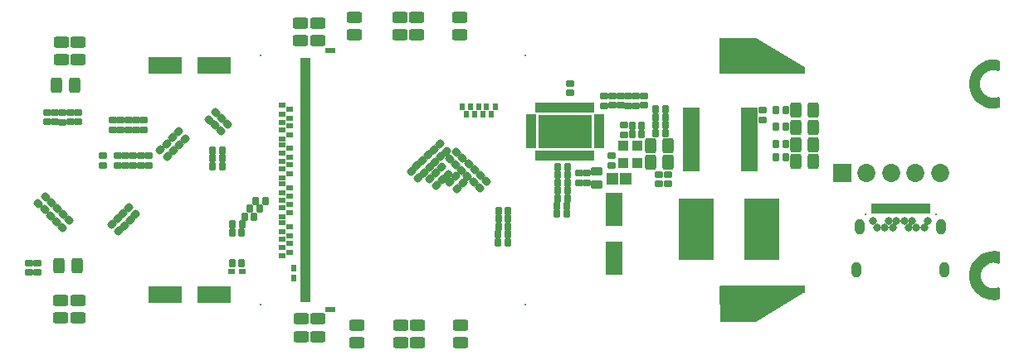
<source format=gts>
G04*
G04 #@! TF.GenerationSoftware,Altium Limited,Altium Designer,25.7.1 (20)*
G04*
G04 Layer_Color=8388736*
%FSLAX44Y44*%
%MOMM*%
G71*
G04*
G04 #@! TF.SameCoordinates,66F0D8C6-04CA-480C-B019-D4CA667347D7*
G04*
G04*
G04 #@! TF.FilePolarity,Negative*
G04*
G01*
G75*
%ADD44R,0.5032X1.1032*%
G04:AMPARAMS|DCode=45|XSize=0.7532mm|YSize=0.8532mm|CornerRadius=0.1566mm|HoleSize=0mm|Usage=FLASHONLY|Rotation=315.000|XOffset=0mm|YOffset=0mm|HoleType=Round|Shape=RoundedRectangle|*
%AMROUNDEDRECTD45*
21,1,0.7532,0.5400,0,0,315.0*
21,1,0.4400,0.8532,0,0,315.0*
1,1,0.3132,-0.0354,-0.3465*
1,1,0.3132,-0.3465,-0.0354*
1,1,0.3132,0.0354,0.3465*
1,1,0.3132,0.3465,0.0354*
%
%ADD45ROUNDEDRECTD45*%
G04:AMPARAMS|DCode=46|XSize=0.7532mm|YSize=0.8532mm|CornerRadius=0.1566mm|HoleSize=0mm|Usage=FLASHONLY|Rotation=270.000|XOffset=0mm|YOffset=0mm|HoleType=Round|Shape=RoundedRectangle|*
%AMROUNDEDRECTD46*
21,1,0.7532,0.5400,0,0,270.0*
21,1,0.4400,0.8532,0,0,270.0*
1,1,0.3132,-0.2700,-0.2200*
1,1,0.3132,-0.2700,0.2200*
1,1,0.3132,0.2700,0.2200*
1,1,0.3132,0.2700,-0.2200*
%
%ADD46ROUNDEDRECTD46*%
G04:AMPARAMS|DCode=47|XSize=0.7532mm|YSize=0.8532mm|CornerRadius=0.1566mm|HoleSize=0mm|Usage=FLASHONLY|Rotation=180.000|XOffset=0mm|YOffset=0mm|HoleType=Round|Shape=RoundedRectangle|*
%AMROUNDEDRECTD47*
21,1,0.7532,0.5400,0,0,180.0*
21,1,0.4400,0.8532,0,0,180.0*
1,1,0.3132,-0.2200,0.2700*
1,1,0.3132,0.2200,0.2700*
1,1,0.3132,0.2200,-0.2700*
1,1,0.3132,-0.2200,-0.2700*
%
%ADD47ROUNDEDRECTD47*%
G04:AMPARAMS|DCode=48|XSize=1.1032mm|YSize=1.6032mm|CornerRadius=0.1916mm|HoleSize=0mm|Usage=FLASHONLY|Rotation=90.000|XOffset=0mm|YOffset=0mm|HoleType=Round|Shape=RoundedRectangle|*
%AMROUNDEDRECTD48*
21,1,1.1032,1.2200,0,0,90.0*
21,1,0.7200,1.6032,0,0,90.0*
1,1,0.3832,0.6100,0.3600*
1,1,0.3832,0.6100,-0.3600*
1,1,0.3832,-0.6100,-0.3600*
1,1,0.3832,-0.6100,0.3600*
%
%ADD48ROUNDEDRECTD48*%
G04:AMPARAMS|DCode=49|XSize=1.1032mm|YSize=1.6032mm|CornerRadius=0.1916mm|HoleSize=0mm|Usage=FLASHONLY|Rotation=0.000|XOffset=0mm|YOffset=0mm|HoleType=Round|Shape=RoundedRectangle|*
%AMROUNDEDRECTD49*
21,1,1.1032,1.2200,0,0,0.0*
21,1,0.7200,1.6032,0,0,0.0*
1,1,0.3832,0.3600,-0.6100*
1,1,0.3832,-0.3600,-0.6100*
1,1,0.3832,-0.3600,0.6100*
1,1,0.3832,0.3600,0.6100*
%
%ADD49ROUNDEDRECTD49*%
%ADD50R,3.6032X6.3532*%
%ADD51R,3.4032X1.8032*%
%ADD52R,1.8032X3.4032*%
%ADD53R,1.6782X0.6532*%
%ADD54R,1.0032X1.1032*%
%ADD55R,0.5032X0.7032*%
%ADD56R,1.3032X1.2532*%
G04:AMPARAMS|DCode=57|XSize=0.9032mm|YSize=1.2032mm|CornerRadius=0.1716mm|HoleSize=0mm|Usage=FLASHONLY|Rotation=90.000|XOffset=0mm|YOffset=0mm|HoleType=Round|Shape=RoundedRectangle|*
%AMROUNDEDRECTD57*
21,1,0.9032,0.8600,0,0,90.0*
21,1,0.5600,1.2032,0,0,90.0*
1,1,0.3432,0.4300,0.2800*
1,1,0.3432,0.4300,-0.2800*
1,1,0.3432,-0.4300,-0.2800*
1,1,0.3432,-0.4300,0.2800*
%
%ADD57ROUNDEDRECTD57*%
G04:AMPARAMS|DCode=58|XSize=0.7532mm|YSize=0.8532mm|CornerRadius=0.1566mm|HoleSize=0mm|Usage=FLASHONLY|Rotation=225.000|XOffset=0mm|YOffset=0mm|HoleType=Round|Shape=RoundedRectangle|*
%AMROUNDEDRECTD58*
21,1,0.7532,0.5400,0,0,225.0*
21,1,0.4400,0.8532,0,0,225.0*
1,1,0.3132,-0.3465,0.0354*
1,1,0.3132,-0.0354,0.3465*
1,1,0.3132,0.3465,-0.0354*
1,1,0.3132,0.0354,-0.3465*
%
%ADD58ROUNDEDRECTD58*%
%ADD59R,1.0032X0.5032*%
%ADD60R,1.0032X0.6032*%
%ADD61R,0.7032X0.5032*%
%ADD62R,0.6232X0.7032*%
%ADD63R,0.7032X0.6232*%
%ADD64R,1.0532X0.5032*%
%ADD65R,0.5032X1.0532*%
%ADD66R,5.4532X3.4532*%
%ADD67C,0.8032*%
%ADD68C,0.2032*%
%ADD69O,1.0032X1.6032*%
%ADD70R,1.8532X1.8532*%
%ADD71C,1.8532*%
G36*
X806555Y-115125D02*
X805842Y-115891D01*
X805607Y-115975D01*
X805362Y-116024D01*
X805236Y-116108D01*
X805093Y-116159D01*
X756495Y-145318D01*
X719779Y-145328D01*
X719717Y-109276D01*
X720435Y-108557D01*
X806555D01*
Y-115125D01*
D02*
G37*
G36*
X1005063Y-73475D02*
X1005390Y-73586D01*
X1005390Y-74286D01*
X1005390Y-85287D01*
X1004933Y-85622D01*
X1004377Y-85821D01*
X1001548Y-84999D01*
X1001279Y-84975D01*
X1001015Y-84918D01*
X998069Y-84865D01*
X997803Y-84913D01*
X997534Y-84926D01*
X994676Y-85646D01*
X994432Y-85762D01*
X994176Y-85846D01*
X991607Y-87289D01*
X991402Y-87464D01*
X991176Y-87612D01*
X989074Y-89677D01*
X988922Y-89901D01*
X988743Y-90102D01*
X987255Y-92646D01*
X987167Y-92901D01*
X987047Y-93143D01*
X986277Y-95987D01*
X986258Y-96256D01*
X986206Y-96521D01*
X986207Y-99468D01*
X986260Y-99733D01*
X986279Y-100002D01*
X987052Y-102845D01*
X987172Y-103087D01*
X987260Y-103342D01*
X988751Y-105884D01*
X988930Y-106086D01*
X989082Y-106309D01*
X991186Y-108372D01*
X991412Y-108520D01*
X991617Y-108695D01*
X994188Y-110136D01*
X994444Y-110219D01*
X994688Y-110335D01*
X997546Y-111052D01*
X997816Y-111065D01*
X998082Y-111113D01*
X1001028Y-111057D01*
X1001292Y-110999D01*
X1001560Y-110976D01*
X1004389Y-110150D01*
X1004985Y-110389D01*
X1005382Y-110706D01*
X1005388Y-120907D01*
X1005262Y-121045D01*
X1003856Y-122217D01*
X1002939Y-122792D01*
X1000356Y-123147D01*
X995594Y-122894D01*
X990965Y-121747D01*
X986635Y-119749D01*
X982760Y-116970D01*
X979478Y-113510D01*
X976907Y-109494D01*
X975140Y-105064D01*
X974239Y-100382D01*
X974238Y-95613D01*
X975135Y-90929D01*
X976899Y-86499D01*
X979467Y-82481D01*
X982746Y-79019D01*
X986620Y-76237D01*
X990948Y-74235D01*
X995576Y-73086D01*
X1000338Y-72829D01*
X1005063Y-73475D01*
D02*
G37*
G36*
X1002969Y122787D02*
X1003856Y122231D01*
X1005265Y121058D01*
X1005351Y120963D01*
X1005382Y111764D01*
X1005034Y111538D01*
X1004368Y111253D01*
X1004326Y111262D01*
X1004155Y111341D01*
X1001104Y112080D01*
X1000841Y112091D01*
X1000582Y112137D01*
X997444Y112072D01*
X997187Y112015D01*
X996924Y111994D01*
X993907Y111129D01*
X993673Y111008D01*
X993425Y110920D01*
X990728Y109313D01*
X990533Y109137D01*
X990315Y108988D01*
X988119Y106746D01*
X987975Y106525D01*
X987803Y106326D01*
X986253Y103597D01*
X986170Y103347D01*
X986054Y103111D01*
X985253Y100076D01*
X985237Y99813D01*
X985185Y99555D01*
X985186Y96416D01*
X985237Y96158D01*
X985254Y95895D01*
X986056Y92860D01*
X986172Y92624D01*
X986255Y92374D01*
X987806Y89645D01*
X987978Y89446D01*
X988122Y89226D01*
X990319Y86984D01*
X990536Y86835D01*
X990732Y86659D01*
X993429Y85053D01*
X993677Y84965D01*
X993911Y84844D01*
X996929Y83981D01*
X997191Y83959D01*
X997448Y83902D01*
X1000586Y83838D01*
X1000845Y83884D01*
X1001109Y83895D01*
X1004159Y84635D01*
X1004339Y84718D01*
X1004369Y84726D01*
X1005345Y84244D01*
X1005385Y84218D01*
X1005385Y73581D01*
X1005080Y73478D01*
X1000356Y72829D01*
X995594Y73082D01*
X990965Y74228D01*
X986635Y76227D01*
X982760Y79006D01*
X979478Y82466D01*
X976907Y86482D01*
X975140Y90911D01*
X974239Y95594D01*
X974238Y100363D01*
X975135Y105046D01*
X976899Y109476D01*
X979467Y113495D01*
X982746Y116957D01*
X986620Y119739D01*
X990948Y121740D01*
X995576Y122890D01*
X1000338Y123147D01*
X1002969Y122787D01*
D02*
G37*
G36*
X805094Y116158D02*
X805236Y116107D01*
X805362Y116023D01*
X805607Y115974D01*
X805843Y115890D01*
X806483Y115090D01*
Y108480D01*
X719715D01*
Y145264D01*
X756461Y145327D01*
X805094Y116158D01*
D02*
G37*
D44*
X881547Y-29799D02*
D03*
X886547D02*
D03*
X891547D02*
D03*
X901547D02*
D03*
X906547D02*
D03*
X911547D02*
D03*
X916547D02*
D03*
X921547D02*
D03*
X926547D02*
D03*
X896547D02*
D03*
X876547D02*
D03*
X931547D02*
D03*
D45*
X155300Y36964D02*
D03*
X162374Y29890D02*
D03*
X411886Y1865D02*
D03*
X404812Y8940D02*
D03*
X417669Y7357D02*
D03*
X410595Y14432D02*
D03*
X423451Y12850D02*
D03*
X416378Y19925D02*
D03*
X435017Y23836D02*
D03*
X427943Y30911D02*
D03*
X440799Y29328D02*
D03*
X433726Y36404D02*
D03*
X429234Y18343D02*
D03*
X422161Y25418D02*
D03*
X442554Y5517D02*
D03*
X435481Y12592D02*
D03*
X429481Y6926D02*
D03*
X436554Y-149D02*
D03*
X450481Y3592D02*
D03*
X457555Y-3483D02*
D03*
X423481Y1259D02*
D03*
X430555Y-5816D02*
D03*
X444481Y-2408D02*
D03*
X451555Y-9483D02*
D03*
X174361Y41946D02*
D03*
X167288Y49021D02*
D03*
X168367Y35918D02*
D03*
X161294Y42993D02*
D03*
X148954Y31062D02*
D03*
X156028Y23987D02*
D03*
X99446Y-45516D02*
D03*
X106519Y-52591D02*
D03*
X116535Y-28384D02*
D03*
X123608Y-35459D02*
D03*
X112215Y-46880D02*
D03*
X105143Y-39805D02*
D03*
X110839Y-34095D02*
D03*
X117912Y-41170D02*
D03*
D46*
X602052Y85974D02*
D03*
X602051Y75970D02*
D03*
X666835Y-4434D02*
D03*
X657835Y-4434D02*
D03*
X763050Y61024D02*
D03*
X763051Y71029D02*
D03*
X621717Y46028D02*
D03*
X621718Y56032D02*
D03*
X608949Y14972D02*
D03*
X608950Y24977D02*
D03*
X642652Y76022D02*
D03*
X642653Y86026D02*
D03*
X634050Y75970D02*
D03*
X634052Y85974D02*
D03*
X626050Y75970D02*
D03*
X626052Y85974D02*
D03*
X618152Y76022D02*
D03*
X618153Y86026D02*
D03*
X610152Y76022D02*
D03*
X610153Y86026D02*
D03*
X566757Y98710D02*
D03*
X566756Y88706D02*
D03*
X657836Y5570D02*
D03*
X584052Y7029D02*
D03*
X584050Y-2976D02*
D03*
X576051Y7029D02*
D03*
X576050Y-2976D02*
D03*
X132004Y61000D02*
D03*
X132003Y50996D02*
D03*
X124003D02*
D03*
X124004Y61000D02*
D03*
X116104Y51048D02*
D03*
X116105Y61052D02*
D03*
X108004Y61000D02*
D03*
X108003Y50996D02*
D03*
X100004Y61000D02*
D03*
X100003Y50996D02*
D03*
X129127Y14827D02*
D03*
X129128Y24831D02*
D03*
X137127Y14827D02*
D03*
X137128Y24831D02*
D03*
X121027Y24780D02*
D03*
X121025Y14775D02*
D03*
X113026D02*
D03*
X113027Y24780D02*
D03*
X105127Y14827D02*
D03*
X105128Y24831D02*
D03*
X90053Y24831D02*
D03*
X90052Y14827D02*
D03*
X33104Y59048D02*
D03*
X33105Y69052D02*
D03*
X41104Y59048D02*
D03*
X41105Y69052D02*
D03*
X57105D02*
D03*
X57104Y59048D02*
D03*
X49004Y69000D02*
D03*
X49003Y58996D02*
D03*
X65104Y59048D02*
D03*
X65105Y69052D02*
D03*
X14949Y-95028D02*
D03*
X14950Y-85023D02*
D03*
X23050Y-94976D02*
D03*
X23052Y-84971D02*
D03*
X666836Y5570D02*
D03*
D47*
X563706Y-34818D02*
D03*
X553701Y-34817D02*
D03*
X563682Y-27268D02*
D03*
X553677Y-27267D02*
D03*
X563977Y-18949D02*
D03*
X553972Y-18948D02*
D03*
X554024Y-11050D02*
D03*
X564028Y-11051D02*
D03*
X563976Y5051D02*
D03*
X553972Y5052D02*
D03*
X564029Y12949D02*
D03*
X554024Y12951D02*
D03*
X553972Y-2948D02*
D03*
X563977Y-2949D02*
D03*
X787047Y71561D02*
D03*
X777043Y71562D02*
D03*
X777095Y53970D02*
D03*
X787100Y53969D02*
D03*
X777095Y36480D02*
D03*
X787100Y36479D02*
D03*
X777092Y22878D02*
D03*
X787096Y22877D02*
D03*
X630003Y55535D02*
D03*
X640007Y55534D02*
D03*
X630003Y46535D02*
D03*
X640007Y46534D02*
D03*
X664112Y63840D02*
D03*
X654108Y63841D02*
D03*
X664164Y55738D02*
D03*
X654160Y55739D02*
D03*
X664164Y47738D02*
D03*
X654160Y47739D02*
D03*
X664136Y71790D02*
D03*
X654132Y71791D02*
D03*
X503706Y-31818D02*
D03*
X493702Y-31816D02*
D03*
X503706Y-39818D02*
D03*
X493702D02*
D03*
X503734Y-47818D02*
D03*
X493730D02*
D03*
X493678Y-55767D02*
D03*
X503682Y-55768D02*
D03*
X493678Y-63767D02*
D03*
X503682Y-63768D02*
D03*
X255997Y-21663D02*
D03*
X245993Y-21661D02*
D03*
X250346Y-29493D02*
D03*
X240341Y-29492D02*
D03*
X244694Y-37868D02*
D03*
X234690Y-37867D02*
D03*
X232144Y-45426D02*
D03*
X222140Y-45425D02*
D03*
X232030Y-53926D02*
D03*
X222026Y-53924D02*
D03*
X231977Y-84949D02*
D03*
X221972Y-84948D02*
D03*
X201972Y30052D02*
D03*
X211976Y30051D02*
D03*
X201972Y22052D02*
D03*
X211976Y22051D02*
D03*
X201972Y14052D02*
D03*
X211976Y14051D02*
D03*
D48*
X309416Y-160458D02*
D03*
Y-142458D02*
D03*
X292906Y-160458D02*
D03*
Y-142458D02*
D03*
X411411Y-148798D02*
D03*
Y-166798D02*
D03*
X394528Y-148812D02*
D03*
Y-166812D02*
D03*
X348927Y-148812D02*
D03*
Y-166812D02*
D03*
X292100Y160130D02*
D03*
Y142130D02*
D03*
X454660Y148480D02*
D03*
Y166480D02*
D03*
X410210Y148480D02*
D03*
Y166480D02*
D03*
X393700Y148480D02*
D03*
Y166480D02*
D03*
X346710Y148480D02*
D03*
Y166480D02*
D03*
X309880Y160130D02*
D03*
Y142130D02*
D03*
X64770Y141080D02*
D03*
Y123080D02*
D03*
X48260Y141080D02*
D03*
Y123080D02*
D03*
X46990Y-141080D02*
D03*
Y-123080D02*
D03*
X64770Y-141080D02*
D03*
Y-123080D02*
D03*
X455219Y-166812D02*
D03*
Y-148812D02*
D03*
D49*
X45610Y-87630D02*
D03*
X63610D02*
D03*
X43070Y96520D02*
D03*
X61070D02*
D03*
X797270Y71479D02*
D03*
X815270D02*
D03*
X815304Y35524D02*
D03*
X797304D02*
D03*
X797297Y18701D02*
D03*
X815297D02*
D03*
X667136Y34790D02*
D03*
X649136D02*
D03*
X667136Y17789D02*
D03*
X649136D02*
D03*
X797304Y53524D02*
D03*
X815304D02*
D03*
D50*
X695500Y-50249D02*
D03*
X762500D02*
D03*
D51*
X153706Y-117328D02*
D03*
X153706Y117322D02*
D03*
X203706D02*
D03*
X203706Y-117328D02*
D03*
D52*
X611500Y-80500D02*
D03*
Y-30499D02*
D03*
D53*
X690924Y18774D02*
D03*
X749684Y70774D02*
D03*
Y51274D02*
D03*
Y44774D02*
D03*
Y38274D02*
D03*
Y31774D02*
D03*
Y25274D02*
D03*
Y18774D02*
D03*
Y12274D02*
D03*
X690924D02*
D03*
Y25274D02*
D03*
Y31774D02*
D03*
Y38274D02*
D03*
Y44774D02*
D03*
Y51274D02*
D03*
Y64274D02*
D03*
Y70774D02*
D03*
Y57774D02*
D03*
X749684D02*
D03*
Y64274D02*
D03*
D54*
X620750Y35251D02*
D03*
X635250Y16751D02*
D03*
X620750D02*
D03*
X635250Y35251D02*
D03*
D55*
X473706Y74682D02*
D03*
X490705D02*
D03*
X481706D02*
D03*
X465706D02*
D03*
X456706D02*
D03*
X460705Y66682D02*
D03*
X469706D02*
D03*
X477706D02*
D03*
X486706D02*
D03*
D56*
X610000Y1001D02*
D03*
X624000D02*
D03*
D57*
X594000Y9000D02*
D03*
Y-5000D02*
D03*
D58*
X475462Y4593D02*
D03*
X468387Y-2480D02*
D03*
X481567Y-1332D02*
D03*
X474492Y-8405D02*
D03*
X469356Y10519D02*
D03*
X462281Y3445D02*
D03*
X463251Y16445D02*
D03*
X456176Y9371D02*
D03*
X457037Y22405D02*
D03*
X449962Y15332D02*
D03*
X451149Y28261D02*
D03*
X444074Y21187D02*
D03*
X205646Y68543D02*
D03*
X198571Y61470D02*
D03*
X204571Y55803D02*
D03*
X211645Y62876D02*
D03*
X210571Y50136D02*
D03*
X217645Y57210D02*
D03*
X31608Y-17605D02*
D03*
X24533Y-24678D02*
D03*
X37635Y-23614D02*
D03*
X30560Y-30687D02*
D03*
X43661Y-29623D02*
D03*
X36587Y-36696D02*
D03*
X49689Y-35632D02*
D03*
X42614Y-42705D02*
D03*
X55716Y-41641D02*
D03*
X48641Y-48713D02*
D03*
D59*
X297047Y37402D02*
D03*
Y-117598D02*
D03*
Y-112598D02*
D03*
Y-122598D02*
D03*
Y-107598D02*
D03*
Y-102598D02*
D03*
Y-97598D02*
D03*
Y-92598D02*
D03*
Y-87598D02*
D03*
Y-82598D02*
D03*
Y-77598D02*
D03*
Y-72598D02*
D03*
Y-67598D02*
D03*
Y-62598D02*
D03*
Y-57598D02*
D03*
Y-52598D02*
D03*
Y-47598D02*
D03*
Y-42598D02*
D03*
Y-37598D02*
D03*
Y-32598D02*
D03*
Y-27598D02*
D03*
Y-22598D02*
D03*
Y-17598D02*
D03*
Y-12598D02*
D03*
Y-7598D02*
D03*
Y-2598D02*
D03*
Y2402D02*
D03*
Y7402D02*
D03*
Y12402D02*
D03*
Y17402D02*
D03*
Y22402D02*
D03*
Y27402D02*
D03*
Y32402D02*
D03*
Y42402D02*
D03*
Y47402D02*
D03*
Y52402D02*
D03*
Y62402D02*
D03*
Y67402D02*
D03*
Y72402D02*
D03*
Y77402D02*
D03*
Y82402D02*
D03*
Y87402D02*
D03*
Y92402D02*
D03*
Y97402D02*
D03*
Y102402D02*
D03*
Y107402D02*
D03*
Y112402D02*
D03*
Y117402D02*
D03*
Y122402D02*
D03*
Y57402D02*
D03*
D60*
X322047Y-132598D02*
D03*
Y132402D02*
D03*
D61*
X273054Y59025D02*
D03*
X281054Y72024D02*
D03*
Y63025D02*
D03*
Y55024D02*
D03*
Y46024D02*
D03*
X273054Y42024D02*
D03*
Y51024D02*
D03*
Y67024D02*
D03*
Y76024D02*
D03*
Y36024D02*
D03*
Y27024D02*
D03*
Y11024D02*
D03*
Y2024D02*
D03*
X281054Y6024D02*
D03*
Y15024D02*
D03*
Y23024D02*
D03*
X273054Y19024D02*
D03*
X281054Y32024D02*
D03*
X273054Y-3976D02*
D03*
Y-12976D02*
D03*
Y-28976D02*
D03*
Y-37976D02*
D03*
X281054Y-33976D02*
D03*
Y-24976D02*
D03*
Y-16976D02*
D03*
Y-7976D02*
D03*
X273054Y-20976D02*
D03*
Y-43976D02*
D03*
Y-52976D02*
D03*
Y-68976D02*
D03*
Y-77976D02*
D03*
X281054Y-73976D02*
D03*
Y-64976D02*
D03*
Y-56976D02*
D03*
Y-47976D02*
D03*
X273054Y-60976D02*
D03*
D62*
X284706Y-100568D02*
D03*
Y-90068D02*
D03*
D63*
X221750Y-93999D02*
D03*
X232250D02*
D03*
D64*
X596251Y64500D02*
D03*
Y59500D02*
D03*
Y54500D02*
D03*
Y49501D02*
D03*
X527251Y34500D02*
D03*
Y39501D02*
D03*
Y44500D02*
D03*
Y49501D02*
D03*
Y54500D02*
D03*
Y59500D02*
D03*
Y64500D02*
D03*
X596251Y44500D02*
D03*
Y39501D02*
D03*
Y34500D02*
D03*
D65*
X569250Y25000D02*
D03*
X564251D02*
D03*
X559250D02*
D03*
X554251D02*
D03*
X549250D02*
D03*
X544251D02*
D03*
X539250D02*
D03*
X534251D02*
D03*
Y74000D02*
D03*
X539250D02*
D03*
X544251D02*
D03*
X549250D02*
D03*
X554251D02*
D03*
X569250D02*
D03*
X579250D02*
D03*
X584251D02*
D03*
X579250Y25000D02*
D03*
X574251D02*
D03*
X589250D02*
D03*
X584251D02*
D03*
X559250Y74000D02*
D03*
X564251D02*
D03*
X574251D02*
D03*
X589250D02*
D03*
D66*
X561750Y49501D02*
D03*
D67*
X928047Y-48899D02*
D03*
X920047D02*
D03*
X916047Y-41899D02*
D03*
X908047D02*
D03*
X900047D02*
D03*
X896047Y-48899D02*
D03*
X892047Y-41899D02*
D03*
X888047Y-48899D02*
D03*
X880047D02*
D03*
X912047D02*
D03*
X932047Y-41899D02*
D03*
X876047D02*
D03*
D68*
X868047Y-35399D02*
D03*
X940047D02*
D03*
X250996Y-127328D02*
D03*
X521206Y-127318D02*
D03*
Y127322D02*
D03*
X250996D02*
D03*
D69*
X862747Y-47799D02*
D03*
X945347D02*
D03*
X948947Y-91799D02*
D03*
X859147D02*
D03*
D70*
X844546Y7172D02*
D03*
D71*
X944546D02*
D03*
X919546D02*
D03*
X894546D02*
D03*
X869546D02*
D03*
M02*

</source>
